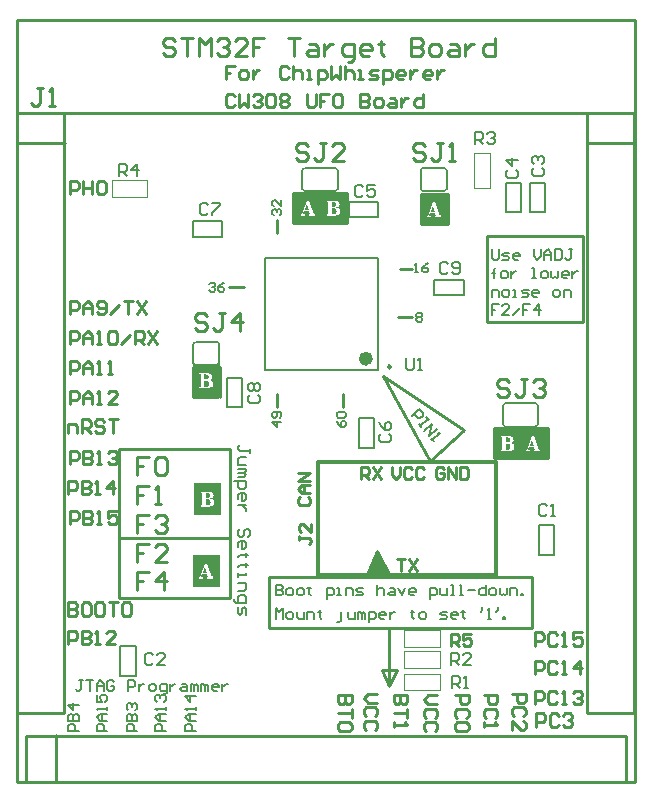
<source format=gto>
G04*
G04 #@! TF.GenerationSoftware,Altium Limited,Altium Designer,18.1.7 (191)*
G04*
G04 Layer_Color=65535*
%FSLAX25Y25*%
%MOIN*%
G70*
G01*
G75*
%ADD10C,0.00787*%
%ADD11C,0.00984*%
%ADD12C,0.02362*%
%ADD13C,0.01000*%
%ADD14C,0.00394*%
%ADD15C,0.01181*%
%ADD16C,0.00800*%
%ADD17C,0.00700*%
%ADD18C,0.00600*%
G36*
X143500Y185500D02*
X134500D01*
Y196300D01*
X143500D01*
Y185500D01*
D02*
G37*
G36*
X176500Y107500D02*
X168000D01*
D01*
X159000D01*
Y118300D01*
X167500D01*
D01*
X176500D01*
Y107500D01*
D02*
G37*
G36*
X68000Y99800D02*
Y89000D01*
X59000D01*
Y99800D01*
X68000D01*
D02*
G37*
G36*
X110000Y186000D02*
X92500D01*
Y196800D01*
X110000D01*
Y186000D01*
D02*
G37*
G36*
X67500Y65000D02*
X58500D01*
Y75800D01*
X67500D01*
Y65000D01*
D02*
G37*
G36*
Y128500D02*
X58500D01*
Y139300D01*
X67500D01*
Y128500D01*
D02*
G37*
%LPC*%
G36*
X139326Y193379D02*
X138611D01*
X136932Y188821D01*
X136573D01*
Y188421D01*
X141435D01*
Y189834D01*
Y188821D01*
X141009D01*
X139326Y193379D01*
D02*
G37*
%LPD*%
G36*
X139266Y190238D02*
X137883D01*
X138578Y192132D01*
X139266Y190238D01*
D02*
G37*
G36*
X139781Y188821D02*
X139348D01*
Y188421D01*
X137894D01*
Y188821D01*
X137361D01*
X137738Y189834D01*
X139411D01*
X139781Y188821D01*
D02*
G37*
%LPC*%
G36*
X163926Y115379D02*
X161224D01*
Y114976D01*
X161794D01*
Y110821D01*
X161224D01*
Y110421D01*
X165776D01*
Y111853D01*
X165772Y111953D01*
X165761Y112049D01*
X165742Y112138D01*
X165720Y112219D01*
X165694Y112297D01*
X165661Y112371D01*
X165631Y112434D01*
X165598Y112497D01*
X165561Y112548D01*
X165531Y112593D01*
X165502Y112634D01*
X165472Y112667D01*
X165450Y112693D01*
X165431Y112711D01*
X165420Y112722D01*
X165417Y112726D01*
X165346Y112785D01*
X165269Y112837D01*
X165187Y112885D01*
X165106Y112926D01*
X165021Y112967D01*
X164932Y112996D01*
X164850Y113026D01*
X164769Y113048D01*
X164691Y113070D01*
X164617Y113085D01*
X164555Y113100D01*
X164499Y113111D01*
X164451Y113118D01*
X164418Y113122D01*
X164395Y113126D01*
X164388D01*
X164488Y113140D01*
X164584Y113159D01*
X164673Y113181D01*
X164754Y113203D01*
X164828Y113229D01*
X164895Y113259D01*
X164958Y113285D01*
X165013Y113314D01*
X165065Y113340D01*
X165106Y113366D01*
X165143Y113388D01*
X165172Y113411D01*
X165195Y113425D01*
X165209Y113440D01*
X165220Y113448D01*
X165224Y113451D01*
X165272Y113503D01*
X165317Y113555D01*
X165354Y113614D01*
X165387Y113670D01*
X165413Y113729D01*
X165435Y113788D01*
X165457Y113844D01*
X165472Y113899D01*
X165483Y113951D01*
X165491Y113999D01*
X165498Y114043D01*
X165502Y114080D01*
X165505Y114110D01*
Y114136D01*
Y114151D01*
Y114154D01*
X165502Y114265D01*
X165487Y114369D01*
X165468Y114469D01*
X165443Y114558D01*
X165409Y114639D01*
X165376Y114713D01*
X165339Y114783D01*
X165302Y114842D01*
X165261Y114898D01*
X165224Y114942D01*
X165191Y114983D01*
X165158Y115016D01*
X165132Y115039D01*
X165113Y115057D01*
X165098Y115068D01*
X165095Y115072D01*
X165013Y115127D01*
X164925Y115172D01*
X164832Y115216D01*
X164732Y115250D01*
X164632Y115279D01*
X164529Y115305D01*
X164429Y115323D01*
X164329Y115342D01*
X164236Y115353D01*
X164151Y115364D01*
X164074Y115368D01*
X164003Y115375D01*
X163948D01*
X163926Y115379D01*
D02*
G37*
G36*
X172326D02*
X171611D01*
X169932Y110821D01*
X169573D01*
Y110421D01*
X174435D01*
Y110835D01*
Y110821D01*
X174009D01*
X172326Y115379D01*
D02*
G37*
%LPD*%
G36*
X163437Y114972D02*
X163526Y114968D01*
X163607Y114957D01*
X163681Y114946D01*
X163752Y114931D01*
X163814Y114913D01*
X163870Y114894D01*
X163922Y114880D01*
X163966Y114861D01*
X164003Y114842D01*
X164037Y114824D01*
X164062Y114809D01*
X164081Y114798D01*
X164096Y114787D01*
X164103Y114783D01*
X164107Y114780D01*
X164151Y114743D01*
X164188Y114698D01*
X164222Y114650D01*
X164247Y114602D01*
X164273Y114550D01*
X164292Y114498D01*
X164321Y114395D01*
X164332Y114347D01*
X164340Y114302D01*
X164344Y114262D01*
X164347Y114225D01*
X164351Y114195D01*
Y114173D01*
Y114158D01*
Y114154D01*
X164347Y114077D01*
X164340Y114003D01*
X164329Y113936D01*
X164314Y113873D01*
X164292Y113818D01*
X164273Y113766D01*
X164251Y113718D01*
X164229Y113677D01*
X164203Y113640D01*
X164181Y113607D01*
X164162Y113581D01*
X164144Y113559D01*
X164125Y113540D01*
X164114Y113529D01*
X164107Y113522D01*
X164103Y113518D01*
X164055Y113481D01*
X163999Y113451D01*
X163940Y113422D01*
X163881Y113400D01*
X163752Y113363D01*
X163629Y113337D01*
X163570Y113329D01*
X163519Y113322D01*
X163467Y113318D01*
X163426Y113314D01*
X163389Y113311D01*
X162949D01*
Y114976D01*
X163341D01*
X163437Y114972D01*
D02*
G37*
G36*
X163481Y112907D02*
X163574Y112900D01*
X163663Y112885D01*
X163748Y112870D01*
X163822Y112852D01*
X163892Y112830D01*
X163951Y112804D01*
X164011Y112782D01*
X164059Y112756D01*
X164099Y112730D01*
X164136Y112708D01*
X164166Y112689D01*
X164188Y112674D01*
X164207Y112660D01*
X164214Y112652D01*
X164218Y112648D01*
X164266Y112597D01*
X164310Y112537D01*
X164347Y112478D01*
X164377Y112412D01*
X164407Y112349D01*
X164429Y112282D01*
X164447Y112215D01*
X164462Y112153D01*
X164473Y112093D01*
X164480Y112034D01*
X164488Y111986D01*
X164492Y111942D01*
X164495Y111905D01*
Y111875D01*
Y111860D01*
Y111853D01*
X164492Y111757D01*
X164484Y111668D01*
X164469Y111586D01*
X164451Y111509D01*
X164432Y111439D01*
X164407Y111376D01*
X164384Y111316D01*
X164358Y111265D01*
X164332Y111220D01*
X164307Y111179D01*
X164281Y111146D01*
X164262Y111120D01*
X164244Y111098D01*
X164229Y111083D01*
X164222Y111076D01*
X164218Y111072D01*
X164162Y111028D01*
X164103Y110991D01*
X164040Y110958D01*
X163970Y110928D01*
X163903Y110902D01*
X163833Y110883D01*
X163696Y110854D01*
X163629Y110843D01*
X163570Y110835D01*
X163519Y110828D01*
X163470Y110824D01*
X163433Y110821D01*
X162949D01*
Y112911D01*
X163378D01*
X163481Y112907D01*
D02*
G37*
G36*
X165776Y110421D02*
X163704D01*
X163900Y110425D01*
X164081Y110436D01*
X164247Y110454D01*
X164403Y110477D01*
X164543Y110502D01*
X164673Y110532D01*
X164788Y110562D01*
X164891Y110595D01*
X164984Y110628D01*
X165061Y110658D01*
X165128Y110687D01*
X165180Y110713D01*
X165224Y110735D01*
X165254Y110754D01*
X165269Y110765D01*
X165276Y110769D01*
X165365Y110839D01*
X165443Y110917D01*
X165509Y110998D01*
X165565Y111083D01*
X165613Y111176D01*
X165653Y111265D01*
X165687Y111353D01*
X165713Y111442D01*
X165735Y111524D01*
X165750Y111601D01*
X165761Y111672D01*
X165768Y111731D01*
X165772Y111783D01*
X165776Y111820D01*
Y110421D01*
D02*
G37*
G36*
X172266Y112238D02*
X170883D01*
X171578Y114132D01*
X172266Y112238D01*
D02*
G37*
G36*
X172781Y110821D02*
X172348D01*
Y110421D01*
X170894D01*
Y110821D01*
X170361D01*
X170738Y111834D01*
X172411D01*
X172781Y110821D01*
D02*
G37*
%LPC*%
G36*
X63925Y96879D02*
X61225D01*
Y96476D01*
X61794D01*
Y92321D01*
X61225D01*
Y91921D01*
X65776D01*
Y93405D01*
Y93353D01*
X65772Y93453D01*
X65761Y93549D01*
X65742Y93638D01*
X65720Y93719D01*
X65694Y93797D01*
X65661Y93871D01*
X65631Y93934D01*
X65598Y93997D01*
X65561Y94049D01*
X65531Y94093D01*
X65502Y94134D01*
X65472Y94167D01*
X65450Y94193D01*
X65431Y94211D01*
X65420Y94222D01*
X65417Y94226D01*
X65346Y94285D01*
X65269Y94337D01*
X65187Y94385D01*
X65106Y94426D01*
X65021Y94467D01*
X64932Y94496D01*
X64850Y94526D01*
X64769Y94548D01*
X64691Y94570D01*
X64617Y94585D01*
X64555Y94600D01*
X64499Y94611D01*
X64451Y94618D01*
X64418Y94622D01*
X64395Y94626D01*
X64388D01*
X64488Y94640D01*
X64584Y94659D01*
X64673Y94681D01*
X64754Y94703D01*
X64828Y94729D01*
X64895Y94759D01*
X64958Y94785D01*
X65013Y94814D01*
X65065Y94840D01*
X65106Y94866D01*
X65143Y94888D01*
X65172Y94911D01*
X65195Y94925D01*
X65209Y94940D01*
X65220Y94948D01*
X65224Y94951D01*
X65272Y95003D01*
X65317Y95055D01*
X65354Y95114D01*
X65387Y95170D01*
X65413Y95229D01*
X65435Y95288D01*
X65457Y95344D01*
X65472Y95399D01*
X65483Y95451D01*
X65491Y95499D01*
X65498Y95543D01*
X65502Y95580D01*
X65505Y95610D01*
Y95636D01*
Y95651D01*
Y95654D01*
X65502Y95765D01*
X65487Y95869D01*
X65468Y95969D01*
X65443Y96058D01*
X65409Y96139D01*
X65376Y96213D01*
X65339Y96283D01*
X65302Y96342D01*
X65261Y96398D01*
X65224Y96442D01*
X65191Y96483D01*
X65158Y96516D01*
X65132Y96539D01*
X65113Y96557D01*
X65098Y96568D01*
X65095Y96572D01*
X65013Y96627D01*
X64925Y96672D01*
X64832Y96716D01*
X64732Y96750D01*
X64632Y96779D01*
X64529Y96805D01*
X64429Y96824D01*
X64329Y96842D01*
X64236Y96853D01*
X64151Y96864D01*
X64073Y96868D01*
X64003Y96875D01*
X63948D01*
X63925Y96879D01*
D02*
G37*
%LPD*%
G36*
X63437Y96472D02*
X63526Y96468D01*
X63607Y96457D01*
X63681Y96446D01*
X63752Y96431D01*
X63815Y96413D01*
X63870Y96394D01*
X63922Y96380D01*
X63966Y96361D01*
X64003Y96342D01*
X64037Y96324D01*
X64062Y96309D01*
X64081Y96298D01*
X64096Y96287D01*
X64103Y96283D01*
X64107Y96280D01*
X64151Y96243D01*
X64188Y96198D01*
X64222Y96150D01*
X64247Y96102D01*
X64273Y96050D01*
X64292Y95998D01*
X64321Y95895D01*
X64332Y95847D01*
X64340Y95802D01*
X64344Y95762D01*
X64347Y95725D01*
X64351Y95695D01*
Y95673D01*
Y95658D01*
Y95654D01*
X64347Y95577D01*
X64340Y95503D01*
X64329Y95436D01*
X64314Y95373D01*
X64292Y95318D01*
X64273Y95266D01*
X64251Y95218D01*
X64229Y95177D01*
X64203Y95140D01*
X64181Y95107D01*
X64162Y95081D01*
X64144Y95059D01*
X64125Y95040D01*
X64114Y95029D01*
X64107Y95022D01*
X64103Y95018D01*
X64055Y94981D01*
X63999Y94951D01*
X63940Y94922D01*
X63881Y94899D01*
X63752Y94863D01*
X63630Y94837D01*
X63570Y94829D01*
X63519Y94822D01*
X63467Y94818D01*
X63426Y94814D01*
X63389Y94811D01*
X62949D01*
Y96476D01*
X63341D01*
X63437Y96472D01*
D02*
G37*
G36*
X63481Y94407D02*
X63574Y94400D01*
X63663Y94385D01*
X63748Y94370D01*
X63822Y94352D01*
X63892Y94330D01*
X63951Y94304D01*
X64011Y94282D01*
X64059Y94256D01*
X64099Y94230D01*
X64136Y94208D01*
X64166Y94189D01*
X64188Y94174D01*
X64207Y94160D01*
X64214Y94152D01*
X64218Y94148D01*
X64266Y94097D01*
X64310Y94037D01*
X64347Y93978D01*
X64377Y93912D01*
X64407Y93849D01*
X64429Y93782D01*
X64447Y93716D01*
X64462Y93653D01*
X64473Y93593D01*
X64481Y93534D01*
X64488Y93486D01*
X64492Y93442D01*
X64495Y93405D01*
Y93375D01*
Y93360D01*
Y93353D01*
X64492Y93257D01*
X64484Y93168D01*
X64469Y93086D01*
X64451Y93009D01*
X64432Y92939D01*
X64407Y92876D01*
X64384Y92816D01*
X64358Y92765D01*
X64332Y92720D01*
X64307Y92680D01*
X64281Y92646D01*
X64262Y92620D01*
X64244Y92598D01*
X64229Y92583D01*
X64222Y92576D01*
X64218Y92572D01*
X64162Y92528D01*
X64103Y92491D01*
X64040Y92457D01*
X63970Y92428D01*
X63903Y92402D01*
X63833Y92383D01*
X63696Y92354D01*
X63630Y92343D01*
X63570Y92335D01*
X63519Y92328D01*
X63470Y92324D01*
X63433Y92321D01*
X62949D01*
Y94411D01*
X63378D01*
X63481Y94407D01*
D02*
G37*
G36*
X65776Y91921D02*
X63704D01*
X63900Y91925D01*
X64081Y91936D01*
X64247Y91954D01*
X64403Y91976D01*
X64543Y92002D01*
X64673Y92032D01*
X64788Y92062D01*
X64891Y92095D01*
X64984Y92128D01*
X65061Y92158D01*
X65128Y92187D01*
X65180Y92213D01*
X65224Y92235D01*
X65254Y92254D01*
X65269Y92265D01*
X65276Y92269D01*
X65365Y92339D01*
X65443Y92417D01*
X65509Y92498D01*
X65565Y92583D01*
X65613Y92676D01*
X65653Y92765D01*
X65687Y92853D01*
X65713Y92942D01*
X65735Y93024D01*
X65750Y93101D01*
X65761Y93172D01*
X65768Y93231D01*
X65772Y93283D01*
X65776Y93320D01*
Y91921D01*
D02*
G37*
%LPC*%
G36*
X99435Y193879D02*
X94573D01*
Y188921D01*
X95894D01*
Y189321D01*
X95361D01*
X95738Y190334D01*
X97411D01*
X97781Y189321D01*
X97348D01*
Y188921D01*
X99435D01*
Y189321D01*
X99009D01*
X97326Y193879D01*
X99435D01*
D01*
D02*
G37*
G36*
X105926D02*
X103225D01*
Y188921D01*
X105703D01*
X105900Y188925D01*
X106081Y188936D01*
X106247Y188954D01*
X106403Y188977D01*
X106543Y189002D01*
X106673Y189032D01*
X106788Y189062D01*
X106891Y189095D01*
X106984Y189128D01*
X107061Y189158D01*
X107128Y189187D01*
X107180Y189213D01*
X107224Y189235D01*
X107254Y189254D01*
X107269Y189265D01*
X107276Y189269D01*
X107365Y189339D01*
X107442Y189417D01*
X107509Y189498D01*
X107565Y189583D01*
X107613Y189676D01*
X107653Y189765D01*
X107687Y189853D01*
X107713Y189942D01*
X107735Y190024D01*
X107750Y190101D01*
X107761Y190172D01*
X107768Y190231D01*
X107772Y190283D01*
X107775Y190320D01*
Y190353D01*
X107772Y190453D01*
X107761Y190549D01*
X107742Y190638D01*
X107720Y190719D01*
X107694Y190797D01*
X107661Y190871D01*
X107631Y190934D01*
X107598Y190997D01*
X107561Y191049D01*
X107531Y191093D01*
X107502Y191134D01*
X107472Y191167D01*
X107450Y191193D01*
X107431Y191211D01*
X107420Y191222D01*
X107417Y191226D01*
X107346Y191285D01*
X107269Y191337D01*
X107187Y191385D01*
X107106Y191426D01*
X107021Y191467D01*
X106932Y191496D01*
X106851Y191526D01*
X106769Y191548D01*
X106691Y191570D01*
X106617Y191585D01*
X106554Y191600D01*
X106499Y191611D01*
X106451Y191618D01*
X106418Y191622D01*
X106395Y191626D01*
X106388D01*
X106488Y191640D01*
X106584Y191659D01*
X106673Y191681D01*
X106754Y191703D01*
X106828Y191729D01*
X106895Y191759D01*
X106958Y191785D01*
X107013Y191814D01*
X107065Y191840D01*
X107106Y191866D01*
X107143Y191888D01*
X107172Y191911D01*
X107195Y191925D01*
X107209Y191940D01*
X107220Y191948D01*
X107224Y191951D01*
X107272Y192003D01*
X107317Y192055D01*
X107354Y192114D01*
X107387Y192170D01*
X107413Y192229D01*
X107435Y192288D01*
X107457Y192343D01*
X107472Y192399D01*
X107483Y192451D01*
X107491Y192499D01*
X107498Y192543D01*
X107502Y192580D01*
X107505Y192610D01*
Y192636D01*
Y192651D01*
Y192654D01*
X107502Y192765D01*
X107487Y192869D01*
X107468Y192969D01*
X107442Y193058D01*
X107409Y193139D01*
X107376Y193213D01*
X107339Y193283D01*
X107302Y193342D01*
X107261Y193398D01*
X107224Y193442D01*
X107191Y193483D01*
X107158Y193516D01*
X107132Y193539D01*
X107113Y193557D01*
X107098Y193568D01*
X107095Y193572D01*
X107013Y193627D01*
X106924Y193672D01*
X106832Y193716D01*
X106732Y193749D01*
X106632Y193779D01*
X106529Y193805D01*
X106429Y193824D01*
X106329Y193842D01*
X106236Y193853D01*
X106151Y193864D01*
X106073Y193868D01*
X106003Y193875D01*
X105948D01*
X105926Y193879D01*
D02*
G37*
%LPD*%
G36*
X97266Y190738D02*
X95883D01*
X96578Y192632D01*
X97266Y190738D01*
D02*
G37*
G36*
X94932Y189321D02*
X94573D01*
Y193879D01*
X96611D01*
X94932Y189321D01*
D02*
G37*
G36*
X105437Y193472D02*
X105526Y193468D01*
X105607Y193457D01*
X105681Y193446D01*
X105752Y193431D01*
X105815Y193413D01*
X105870Y193394D01*
X105922Y193379D01*
X105966Y193361D01*
X106003Y193342D01*
X106036Y193324D01*
X106062Y193309D01*
X106081Y193298D01*
X106096Y193287D01*
X106103Y193283D01*
X106107Y193280D01*
X106151Y193243D01*
X106188Y193198D01*
X106221Y193150D01*
X106247Y193102D01*
X106273Y193050D01*
X106292Y192998D01*
X106321Y192895D01*
X106333Y192847D01*
X106340Y192802D01*
X106344Y192762D01*
X106347Y192725D01*
X106351Y192695D01*
Y192673D01*
Y192658D01*
Y192654D01*
X106347Y192577D01*
X106340Y192503D01*
X106329Y192436D01*
X106314Y192373D01*
X106292Y192318D01*
X106273Y192266D01*
X106251Y192218D01*
X106229Y192177D01*
X106203Y192140D01*
X106181Y192107D01*
X106162Y192081D01*
X106144Y192059D01*
X106125Y192040D01*
X106114Y192029D01*
X106107Y192022D01*
X106103Y192018D01*
X106055Y191981D01*
X106000Y191951D01*
X105940Y191922D01*
X105881Y191900D01*
X105752Y191862D01*
X105630Y191837D01*
X105570Y191829D01*
X105518Y191822D01*
X105467Y191818D01*
X105426Y191814D01*
X105389Y191811D01*
X104949D01*
Y193476D01*
X105341D01*
X105437Y193472D01*
D02*
G37*
G36*
X105482Y191407D02*
X105574Y191400D01*
X105663Y191385D01*
X105748Y191370D01*
X105822Y191352D01*
X105892Y191330D01*
X105951Y191304D01*
X106011Y191282D01*
X106059Y191256D01*
X106099Y191230D01*
X106136Y191208D01*
X106166Y191189D01*
X106188Y191174D01*
X106207Y191159D01*
X106214Y191152D01*
X106218Y191148D01*
X106266Y191097D01*
X106310Y191037D01*
X106347Y190978D01*
X106377Y190912D01*
X106406Y190849D01*
X106429Y190782D01*
X106447Y190716D01*
X106462Y190653D01*
X106473Y190593D01*
X106481Y190534D01*
X106488Y190486D01*
X106492Y190442D01*
X106495Y190405D01*
Y190375D01*
Y190360D01*
Y190353D01*
X106492Y190257D01*
X106484Y190168D01*
X106469Y190086D01*
X106451Y190009D01*
X106432Y189938D01*
X106406Y189876D01*
X106384Y189816D01*
X106358Y189765D01*
X106333Y189720D01*
X106307Y189680D01*
X106281Y189646D01*
X106262Y189620D01*
X106244Y189598D01*
X106229Y189583D01*
X106221Y189576D01*
X106218Y189572D01*
X106162Y189528D01*
X106103Y189491D01*
X106040Y189457D01*
X105970Y189428D01*
X105903Y189402D01*
X105833Y189383D01*
X105696Y189354D01*
X105630Y189343D01*
X105570Y189335D01*
X105518Y189328D01*
X105470Y189324D01*
X105433Y189321D01*
X104949D01*
Y191411D01*
X105378D01*
X105482Y191407D01*
D02*
G37*
G36*
X103794Y189321D02*
X103225D01*
Y193476D01*
X103794D01*
Y189321D01*
D02*
G37*
%LPC*%
G36*
X65435Y72879D02*
D01*
Y68321D01*
X65009D01*
X63326Y72879D01*
X62612D01*
X60932Y68321D01*
X60573D01*
Y67921D01*
X65435D01*
Y72879D01*
D02*
G37*
%LPD*%
G36*
X63266Y69738D02*
X61883D01*
X62578Y71632D01*
X63266Y69738D01*
D02*
G37*
G36*
X63781Y68321D02*
X63348D01*
Y67921D01*
X61894D01*
Y68321D01*
X61361D01*
X61738Y69334D01*
X63411D01*
X63781Y68321D01*
D02*
G37*
%LPC*%
G36*
X63425Y136379D02*
X60725D01*
Y135976D01*
X61294D01*
Y131821D01*
X60725D01*
Y131421D01*
X63204D01*
X63400Y131425D01*
X63581Y131436D01*
X63747Y131454D01*
X63903Y131476D01*
X64043Y131502D01*
X64173Y131532D01*
X64288Y131562D01*
X64391Y131595D01*
X64484Y131628D01*
X64561Y131658D01*
X64628Y131687D01*
X64680Y131713D01*
X64724Y131736D01*
X64754Y131754D01*
X64769Y131765D01*
X64776Y131769D01*
X64865Y131839D01*
X64943Y131917D01*
X65009Y131998D01*
X65065Y132083D01*
X65113Y132176D01*
X65153Y132265D01*
X65187Y132353D01*
X65213Y132442D01*
X65235Y132524D01*
X65250Y132601D01*
X65261Y132672D01*
X65268Y132731D01*
X65272Y132783D01*
X65276Y132820D01*
Y131821D01*
Y132905D01*
Y132853D01*
X65272Y132953D01*
X65261Y133049D01*
X65242Y133138D01*
X65220Y133219D01*
X65194Y133297D01*
X65161Y133371D01*
X65131Y133434D01*
X65098Y133497D01*
X65061Y133548D01*
X65031Y133593D01*
X65002Y133634D01*
X64972Y133667D01*
X64950Y133693D01*
X64931Y133711D01*
X64920Y133722D01*
X64917Y133726D01*
X64846Y133785D01*
X64769Y133837D01*
X64687Y133885D01*
X64606Y133926D01*
X64521Y133967D01*
X64432Y133996D01*
X64350Y134026D01*
X64269Y134048D01*
X64191Y134070D01*
X64117Y134085D01*
X64055Y134100D01*
X63999Y134111D01*
X63951Y134118D01*
X63918Y134122D01*
X63895Y134126D01*
X63888D01*
X63988Y134141D01*
X64084Y134159D01*
X64173Y134181D01*
X64254Y134203D01*
X64328Y134229D01*
X64395Y134259D01*
X64458Y134285D01*
X64513Y134314D01*
X64565Y134340D01*
X64606Y134366D01*
X64643Y134388D01*
X64672Y134411D01*
X64695Y134425D01*
X64709Y134440D01*
X64720Y134448D01*
X64724Y134451D01*
X64772Y134503D01*
X64817Y134555D01*
X64854Y134614D01*
X64887Y134670D01*
X64913Y134729D01*
X64935Y134788D01*
X64957Y134844D01*
X64972Y134899D01*
X64983Y134951D01*
X64991Y134999D01*
X64998Y135043D01*
X65002Y135080D01*
X65005Y135110D01*
Y135136D01*
Y135151D01*
Y135154D01*
X65002Y135265D01*
X64987Y135369D01*
X64968Y135469D01*
X64943Y135558D01*
X64909Y135639D01*
X64876Y135713D01*
X64839Y135783D01*
X64802Y135843D01*
X64761Y135898D01*
X64724Y135942D01*
X64691Y135983D01*
X64658Y136016D01*
X64632Y136039D01*
X64613Y136057D01*
X64598Y136068D01*
X64595Y136072D01*
X64513Y136127D01*
X64425Y136172D01*
X64332Y136216D01*
X64232Y136249D01*
X64132Y136279D01*
X64029Y136305D01*
X63929Y136323D01*
X63829Y136342D01*
X63736Y136353D01*
X63651Y136364D01*
X63573Y136368D01*
X63503Y136375D01*
X63448D01*
X63425Y136379D01*
D02*
G37*
%LPD*%
G36*
X62937Y135972D02*
X63026Y135968D01*
X63107Y135957D01*
X63181Y135946D01*
X63252Y135931D01*
X63314Y135913D01*
X63370Y135894D01*
X63422Y135880D01*
X63466Y135861D01*
X63503Y135843D01*
X63537Y135824D01*
X63562Y135809D01*
X63581Y135798D01*
X63596Y135787D01*
X63603Y135783D01*
X63607Y135780D01*
X63651Y135743D01*
X63688Y135698D01*
X63722Y135650D01*
X63747Y135602D01*
X63773Y135550D01*
X63792Y135498D01*
X63821Y135395D01*
X63832Y135347D01*
X63840Y135302D01*
X63844Y135262D01*
X63847Y135225D01*
X63851Y135195D01*
Y135173D01*
Y135158D01*
Y135154D01*
X63847Y135077D01*
X63840Y135003D01*
X63829Y134936D01*
X63814Y134873D01*
X63792Y134818D01*
X63773Y134766D01*
X63751Y134718D01*
X63729Y134677D01*
X63703Y134640D01*
X63681Y134607D01*
X63662Y134581D01*
X63644Y134559D01*
X63625Y134540D01*
X63614Y134529D01*
X63607Y134522D01*
X63603Y134518D01*
X63555Y134481D01*
X63499Y134451D01*
X63440Y134422D01*
X63381Y134399D01*
X63252Y134362D01*
X63130Y134337D01*
X63070Y134329D01*
X63019Y134322D01*
X62967Y134318D01*
X62926Y134314D01*
X62889Y134311D01*
X62449D01*
Y135976D01*
X62841D01*
X62937Y135972D01*
D02*
G37*
G36*
X62981Y133907D02*
X63074Y133900D01*
X63163Y133885D01*
X63248Y133870D01*
X63322Y133852D01*
X63392Y133830D01*
X63451Y133804D01*
X63511Y133782D01*
X63559Y133756D01*
X63599Y133730D01*
X63636Y133708D01*
X63666Y133689D01*
X63688Y133674D01*
X63707Y133660D01*
X63714Y133652D01*
X63718Y133648D01*
X63766Y133597D01*
X63810Y133537D01*
X63847Y133478D01*
X63877Y133412D01*
X63907Y133349D01*
X63929Y133282D01*
X63947Y133215D01*
X63962Y133153D01*
X63973Y133093D01*
X63981Y133034D01*
X63988Y132986D01*
X63992Y132942D01*
X63995Y132905D01*
Y132875D01*
Y132860D01*
Y132853D01*
X63992Y132757D01*
X63984Y132668D01*
X63969Y132587D01*
X63951Y132509D01*
X63932Y132439D01*
X63907Y132376D01*
X63884Y132316D01*
X63858Y132265D01*
X63832Y132220D01*
X63807Y132179D01*
X63781Y132146D01*
X63762Y132120D01*
X63744Y132098D01*
X63729Y132083D01*
X63722Y132076D01*
X63718Y132072D01*
X63662Y132028D01*
X63603Y131991D01*
X63540Y131957D01*
X63470Y131928D01*
X63403Y131902D01*
X63333Y131884D01*
X63196Y131854D01*
X63130Y131843D01*
X63070Y131835D01*
X63019Y131828D01*
X62970Y131824D01*
X62933Y131821D01*
X62449D01*
Y133911D01*
X62878D01*
X62981Y133907D01*
D02*
G37*
D10*
X135729Y204937D02*
G03*
X134548Y203756I0J-1181D01*
G01*
Y197850D02*
G03*
X135335Y197063I787J0D01*
G01*
X142422D02*
G03*
X143209Y197850I0J787D01*
G01*
Y204150D02*
G03*
X142422Y204937I-787J0D01*
G01*
X106071Y197063D02*
G03*
X106859Y197850I0J787D01*
G01*
Y204150D02*
G03*
X106071Y204937I-787J0D01*
G01*
X96229D02*
G03*
X95048Y203756I0J-1181D01*
G01*
Y197850D02*
G03*
X95835Y197063I787J0D01*
G01*
X162685Y126437D02*
G03*
X161898Y125650I0J-787D01*
G01*
Y119350D02*
G03*
X162685Y118563I787J0D01*
G01*
X172528D02*
G03*
X173709Y119744I0J1181D01*
G01*
Y125650D02*
G03*
X172922Y126437I-787J0D01*
G01*
X59850Y146937D02*
G03*
X58669Y145756I0J-1181D01*
G01*
Y139850D02*
G03*
X59457Y139063I787J0D01*
G01*
X66543D02*
G03*
X67331Y139850I0J787D01*
G01*
Y146150D02*
G03*
X66543Y146937I-787J0D01*
G01*
X134548Y197850D02*
Y203756D01*
X135335Y197063D02*
X142422D01*
X143209Y197850D02*
Y204150D01*
X135729Y204937D02*
X142422D01*
X95048Y197850D02*
Y203756D01*
X95835Y197063D02*
X106071D01*
X106859Y197850D02*
Y204150D01*
X96229Y204937D02*
X106071D01*
X173709Y119744D02*
Y125650D01*
X162685Y126437D02*
X172922D01*
X161898Y119350D02*
Y125650D01*
X162685Y118563D02*
X172528D01*
X58669Y139850D02*
Y145756D01*
X59457Y139063D02*
X66543D01*
X67331Y139850D02*
Y146150D01*
X59850Y146937D02*
X66543D01*
X173941Y85665D02*
X179059D01*
X173941Y75823D02*
X179059D01*
Y76413D01*
X173941Y75823D02*
Y76413D01*
Y85075D02*
Y85665D01*
X179059Y85075D02*
Y85665D01*
X173941Y76413D02*
Y85075D01*
X179059Y76413D02*
Y85075D01*
X34441Y35579D02*
X39559D01*
X34441Y45421D02*
X39559D01*
X34441Y44831D02*
Y45421D01*
X39559Y44831D02*
Y45421D01*
Y35579D02*
Y36169D01*
X34441Y35579D02*
Y36169D01*
X39559D02*
Y44831D01*
X34441Y36169D02*
Y44831D01*
X170941Y199921D02*
X176059D01*
X170941Y190079D02*
X176059D01*
Y190669D01*
X170941Y190079D02*
Y190669D01*
Y199331D02*
Y199921D01*
X176059Y199331D02*
Y199921D01*
X170941Y190669D02*
Y199331D01*
X176059Y190669D02*
Y199331D01*
X162941Y199921D02*
X168059D01*
X162941Y190079D02*
X168059D01*
Y190669D01*
X162941Y190079D02*
Y190669D01*
Y199331D02*
Y199921D01*
X168059Y199331D02*
Y199921D01*
X162941Y190669D02*
Y199331D01*
X168059Y190669D02*
Y199331D01*
X110579Y188441D02*
Y193559D01*
X120421Y188441D02*
Y193559D01*
X119831D02*
X120421D01*
X119831Y188441D02*
X120421D01*
X110579D02*
X111169D01*
X110579Y193559D02*
X111169D01*
Y188441D02*
X119831D01*
X111169Y193559D02*
X119831D01*
X113941Y121421D02*
X119059D01*
X113941Y111579D02*
X119059D01*
Y112169D01*
X113941Y111579D02*
Y112169D01*
Y120831D02*
Y121421D01*
X119059Y120831D02*
Y121421D01*
X113941Y112169D02*
Y120831D01*
X119059Y112169D02*
Y120831D01*
X68421Y181941D02*
Y187059D01*
X58579Y181941D02*
Y187059D01*
Y181941D02*
X59169D01*
X58579Y187059D02*
X59169D01*
X67831D02*
X68421D01*
X67831Y181941D02*
X68421D01*
X59169Y187059D02*
X67831D01*
X59169Y181941D02*
X67831D01*
X69941Y134921D02*
X75059D01*
X69941Y125079D02*
X75059D01*
Y125669D01*
X69941Y125079D02*
Y125669D01*
Y134331D02*
Y134921D01*
X75059Y134331D02*
Y134921D01*
X69941Y125669D02*
Y134331D01*
X75059Y125669D02*
Y134331D01*
X139079Y162441D02*
Y167559D01*
X148921Y162441D02*
Y167559D01*
X148331D02*
X148921D01*
X148331Y162441D02*
X148921D01*
X139079D02*
X139669D01*
X139079Y167559D02*
X139669D01*
Y162441D02*
X148331D01*
X139669Y167559D02*
X148331D01*
X120201Y137299D02*
Y174701D01*
X82799Y137299D02*
Y174701D01*
Y137299D02*
X120201D01*
X82799Y174701D02*
X120201D01*
D11*
X124630Y138480D02*
G03*
X124630Y138480I-492J0D01*
G01*
D12*
X117445Y141236D02*
G03*
X117445Y141236I-1181J0D01*
G01*
D13*
X119500Y71000D02*
X120500Y73000D01*
X119500Y71000D02*
X121000Y71500D01*
X120500Y74000D02*
X121000Y71500D01*
X118200Y70500D02*
X120500Y74000D01*
X118200Y70500D02*
X121500Y71000D01*
X120000Y77000D02*
X121500Y71000D01*
X120000Y75000D02*
Y77000D01*
X118000Y70000D02*
X120000Y75000D01*
X118000Y70000D02*
X122500Y70500D01*
X120000Y77000D02*
X122500Y70500D01*
X120000Y77000D02*
X123500Y70000D01*
X117000D02*
X123500D01*
X117000D02*
X120000Y77000D01*
X124000Y32000D02*
Y51500D01*
X190126Y23000D02*
Y223000D01*
Y23000D02*
X205500D01*
X190126Y223000D02*
X205500D01*
X190126Y213000D02*
X205874D01*
X3000Y126D02*
X203000D01*
Y15500D01*
X3000D02*
X203000D01*
X3000Y126D02*
Y15500D01*
X13000Y126D02*
Y15874D01*
X126Y23000D02*
Y223000D01*
Y23000D02*
X15500D01*
Y223000D01*
X126D02*
X15500D01*
X126Y213000D02*
X15874D01*
X205500Y23000D02*
Y223000D01*
X159000Y118000D02*
X177000D01*
Y108000D02*
Y118000D01*
X159000Y108000D02*
X177000D01*
X159000D02*
Y118000D01*
X168000Y108000D02*
Y118000D01*
X101000Y186500D02*
Y196500D01*
X92000Y186500D02*
Y196500D01*
Y186500D02*
X110000D01*
Y196500D01*
X92000D02*
X110000D01*
X134500Y186000D02*
Y196000D01*
X143500Y186000D02*
Y196000D01*
X134500D02*
X143500D01*
X134500Y186000D02*
X143000D01*
X58500Y128500D02*
X67000D01*
X58500Y138500D02*
X67500D01*
Y128500D02*
Y138500D01*
X58500Y128500D02*
Y138500D01*
X34000Y111000D02*
X71000D01*
Y61500D02*
Y111000D01*
X34000Y61500D02*
X71000D01*
X34000D02*
Y111000D01*
Y81500D02*
X71000D01*
X15500Y223000D02*
X190126D01*
X156500Y182000D02*
X188500D01*
Y153500D02*
Y182000D01*
X156500Y153500D02*
X188500D01*
X156500D02*
Y182000D01*
X84000Y68500D02*
X171500D01*
Y51500D02*
Y68500D01*
X84000Y51500D02*
X171500D01*
X84000D02*
Y68500D01*
X121500Y37500D02*
X126500D01*
X121500D02*
X124000Y32000D01*
X126500Y37500D01*
X122000Y135500D02*
X149000Y117500D01*
X137500Y107000D02*
X149000Y117500D01*
X122000Y135500D02*
X137500Y107000D01*
X127500Y171000D02*
X131500D01*
X86500Y183000D02*
Y187500D01*
Y125000D02*
Y129500D01*
X70500Y165000D02*
X75500D01*
X127000Y155000D02*
X131500D01*
X108500Y125000D02*
Y129500D01*
X43999Y108389D02*
X40000D01*
Y105390D01*
X41999D01*
X40000D01*
Y102391D01*
X45998Y107389D02*
X46998Y108389D01*
X48997D01*
X49997Y107389D01*
Y103390D01*
X48997Y102391D01*
X46998D01*
X45998Y103390D01*
Y107389D01*
X43999Y98791D02*
X40000D01*
Y95792D01*
X41999D01*
X40000D01*
Y92793D01*
X45998D02*
X47997D01*
X46998D01*
Y98791D01*
X45998Y97791D01*
X43999Y89193D02*
X40000D01*
Y86194D01*
X41999D01*
X40000D01*
Y83195D01*
X45998Y88194D02*
X46998Y89193D01*
X48997D01*
X49997Y88194D01*
Y87194D01*
X48997Y86194D01*
X47997D01*
X48997D01*
X49997Y85195D01*
Y84195D01*
X48997Y83195D01*
X46998D01*
X45998Y84195D01*
X43999Y79596D02*
X40000D01*
Y76597D01*
X41999D01*
X40000D01*
Y73598D01*
X49997D02*
X45998D01*
X49997Y77596D01*
Y78596D01*
X48997Y79596D01*
X46998D01*
X45998Y78596D01*
X43999Y69998D02*
X40000D01*
Y66999D01*
X41999D01*
X40000D01*
Y64000D01*
X48997D02*
Y69998D01*
X45998Y66999D01*
X49997D01*
X72499Y238796D02*
X69500D01*
Y236547D01*
X70999D01*
X69500D01*
Y234298D01*
X74748D02*
X76248D01*
X76998Y235048D01*
Y236547D01*
X76248Y237297D01*
X74748D01*
X73999Y236547D01*
Y235048D01*
X74748Y234298D01*
X78497Y237297D02*
Y234298D01*
Y235797D01*
X79247Y236547D01*
X79997Y237297D01*
X80746D01*
X90493Y238047D02*
X89744Y238796D01*
X88244D01*
X87494Y238047D01*
Y235048D01*
X88244Y234298D01*
X89744D01*
X90493Y235048D01*
X91993Y238796D02*
Y234298D01*
Y236547D01*
X92743Y237297D01*
X94242D01*
X94992Y236547D01*
Y234298D01*
X96491D02*
X97991D01*
X97241D01*
Y237297D01*
X96491D01*
X100240Y232798D02*
Y237297D01*
X102489D01*
X103239Y236547D01*
Y235048D01*
X102489Y234298D01*
X100240D01*
X104739Y238796D02*
Y234298D01*
X106238Y235797D01*
X107738Y234298D01*
Y238796D01*
X109237D02*
Y234298D01*
Y236547D01*
X109987Y237297D01*
X111486D01*
X112236Y236547D01*
Y234298D01*
X113736D02*
X115235D01*
X114486D01*
Y237297D01*
X113736D01*
X117484Y234298D02*
X119734D01*
X120484Y235048D01*
X119734Y235797D01*
X118234D01*
X117484Y236547D01*
X118234Y237297D01*
X120484D01*
X121983Y232798D02*
Y237297D01*
X124232D01*
X124982Y236547D01*
Y235048D01*
X124232Y234298D01*
X121983D01*
X128731D02*
X127231D01*
X126482Y235048D01*
Y236547D01*
X127231Y237297D01*
X128731D01*
X129481Y236547D01*
Y235797D01*
X126482D01*
X130980Y237297D02*
Y234298D01*
Y235797D01*
X131730Y236547D01*
X132480Y237297D01*
X133229D01*
X137728Y234298D02*
X136229D01*
X135479Y235048D01*
Y236547D01*
X136229Y237297D01*
X137728D01*
X138478Y236547D01*
Y235797D01*
X135479D01*
X139977Y237297D02*
Y234298D01*
Y235797D01*
X140727Y236547D01*
X141477Y237297D01*
X142227D01*
X72499Y228749D02*
X71749Y229499D01*
X70250D01*
X69500Y228749D01*
Y225750D01*
X70250Y225000D01*
X71749D01*
X72499Y225750D01*
X73999Y229499D02*
Y225000D01*
X75498Y226500D01*
X76998Y225000D01*
Y229499D01*
X78497Y228749D02*
X79247Y229499D01*
X80746D01*
X81496Y228749D01*
Y227999D01*
X80746Y227249D01*
X79997D01*
X80746D01*
X81496Y226500D01*
Y225750D01*
X80746Y225000D01*
X79247D01*
X78497Y225750D01*
X82996Y228749D02*
X83745Y229499D01*
X85245D01*
X85995Y228749D01*
Y225750D01*
X85245Y225000D01*
X83745D01*
X82996Y225750D01*
Y228749D01*
X87494D02*
X88244Y229499D01*
X89744D01*
X90493Y228749D01*
Y227999D01*
X89744Y227249D01*
X90493Y226500D01*
Y225750D01*
X89744Y225000D01*
X88244D01*
X87494Y225750D01*
Y226500D01*
X88244Y227249D01*
X87494Y227999D01*
Y228749D01*
X88244Y227249D02*
X89744D01*
X96491Y229499D02*
Y225750D01*
X97241Y225000D01*
X98741D01*
X99490Y225750D01*
Y229499D01*
X103989D02*
X100990D01*
Y227249D01*
X102489D01*
X100990D01*
Y225000D01*
X107738Y229499D02*
X106238D01*
X105488Y228749D01*
Y225750D01*
X106238Y225000D01*
X107738D01*
X108487Y225750D01*
Y228749D01*
X107738Y229499D01*
X114486D02*
Y225000D01*
X116735D01*
X117484Y225750D01*
Y226500D01*
X116735Y227249D01*
X114486D01*
X116735D01*
X117484Y227999D01*
Y228749D01*
X116735Y229499D01*
X114486D01*
X119734Y225000D02*
X121233D01*
X121983Y225750D01*
Y227249D01*
X121233Y227999D01*
X119734D01*
X118984Y227249D01*
Y225750D01*
X119734Y225000D01*
X124232Y227999D02*
X125732D01*
X126482Y227249D01*
Y225000D01*
X124232D01*
X123483Y225750D01*
X124232Y226500D01*
X126482D01*
X127981Y227999D02*
Y225000D01*
Y226500D01*
X128731Y227249D01*
X129481Y227999D01*
X130230D01*
X135479Y229499D02*
Y225000D01*
X133229D01*
X132480Y225750D01*
Y227249D01*
X133229Y227999D01*
X135479D01*
X17000Y59999D02*
Y55500D01*
X19249D01*
X19999Y56250D01*
Y56999D01*
X19249Y57749D01*
X17000D01*
X19249D01*
X19999Y58499D01*
Y59249D01*
X19249Y59999D01*
X17000D01*
X23748D02*
X22248D01*
X21499Y59249D01*
Y56250D01*
X22248Y55500D01*
X23748D01*
X24498Y56250D01*
Y59249D01*
X23748Y59999D01*
X28246D02*
X26747D01*
X25997Y59249D01*
Y56250D01*
X26747Y55500D01*
X28246D01*
X28996Y56250D01*
Y59249D01*
X28246Y59999D01*
X30496D02*
X33495D01*
X31995D01*
Y55500D01*
X34994Y59249D02*
X35744Y59999D01*
X37244D01*
X37993Y59249D01*
Y56250D01*
X37244Y55500D01*
X35744D01*
X34994Y56250D01*
Y59249D01*
X173000Y18500D02*
Y22999D01*
X175249D01*
X175999Y22249D01*
Y20749D01*
X175249Y19999D01*
X173000D01*
X180498Y22249D02*
X179748Y22999D01*
X178248D01*
X177499Y22249D01*
Y19250D01*
X178248Y18500D01*
X179748D01*
X180498Y19250D01*
X181997Y22249D02*
X182747Y22999D01*
X184246D01*
X184996Y22249D01*
Y21499D01*
X184246Y20749D01*
X183497D01*
X184246D01*
X184996Y19999D01*
Y19250D01*
X184246Y18500D01*
X182747D01*
X181997Y19250D01*
X165000Y29500D02*
X169499D01*
Y27251D01*
X168749Y26501D01*
X167249D01*
X166499Y27251D01*
Y29500D01*
X168749Y22002D02*
X169499Y22752D01*
Y24252D01*
X168749Y25001D01*
X165750D01*
X165000Y24252D01*
Y22752D01*
X165750Y22002D01*
X165000Y17504D02*
Y20503D01*
X167999Y17504D01*
X168749D01*
X169499Y18254D01*
Y19753D01*
X168749Y20503D01*
X155500Y29000D02*
X159999D01*
Y26751D01*
X159249Y26001D01*
X157749D01*
X157000Y26751D01*
Y29000D01*
X159249Y21502D02*
X159999Y22252D01*
Y23752D01*
X159249Y24501D01*
X156250D01*
X155500Y23752D01*
Y22252D01*
X156250Y21502D01*
X155500Y20003D02*
Y18503D01*
Y19253D01*
X159999D01*
X159249Y20003D01*
X146000Y29000D02*
X150499D01*
Y26751D01*
X149749Y26001D01*
X148249D01*
X147500Y26751D01*
Y29000D01*
X149749Y21502D02*
X150499Y22252D01*
Y23752D01*
X149749Y24501D01*
X146750D01*
X146000Y23752D01*
Y22252D01*
X146750Y21502D01*
X149749Y20003D02*
X150499Y19253D01*
Y17754D01*
X149749Y17004D01*
X146750D01*
X146000Y17754D01*
Y19253D01*
X146750Y20003D01*
X149749D01*
X142166Y104332D02*
X141499Y104999D01*
X140166D01*
X139500Y104332D01*
Y101666D01*
X140166Y101000D01*
X141499D01*
X142166Y101666D01*
Y102999D01*
X140833D01*
X143499Y101000D02*
Y104999D01*
X146165Y101000D01*
Y104999D01*
X147497D02*
Y101000D01*
X149497D01*
X150163Y101666D01*
Y104332D01*
X149497Y104999D01*
X147497D01*
X125000D02*
Y102333D01*
X126333Y101000D01*
X127666Y102333D01*
Y104999D01*
X131665Y104332D02*
X130998Y104999D01*
X129665D01*
X128999Y104332D01*
Y101666D01*
X129665Y101000D01*
X130998D01*
X131665Y101666D01*
X135663Y104332D02*
X134997Y104999D01*
X133664D01*
X132997Y104332D01*
Y101666D01*
X133664Y101000D01*
X134997D01*
X135663Y101666D01*
X114500Y101000D02*
Y104999D01*
X116499D01*
X117166Y104332D01*
Y102999D01*
X116499Y102333D01*
X114500D01*
X115833D02*
X117166Y101000D01*
X118499Y104999D02*
X121165Y101000D01*
Y104999D02*
X118499Y101000D01*
X126500Y74499D02*
X129166D01*
X127833D01*
Y70500D01*
X130499Y74499D02*
X133165Y70500D01*
Y74499D02*
X130499Y70500D01*
X94168Y95166D02*
X93501Y94499D01*
Y93166D01*
X94168Y92500D01*
X96834D01*
X97500Y93166D01*
Y94499D01*
X96834Y95166D01*
X97500Y96499D02*
X94834D01*
X93501Y97832D01*
X94834Y99164D01*
X97500D01*
X95501D01*
Y96499D01*
X97500Y100497D02*
X93501D01*
X97500Y103163D01*
X93501D01*
X52499Y246998D02*
X51499Y247998D01*
X49500D01*
X48500Y246998D01*
Y245999D01*
X49500Y244999D01*
X51499D01*
X52499Y243999D01*
Y243000D01*
X51499Y242000D01*
X49500D01*
X48500Y243000D01*
X54498Y247998D02*
X58497D01*
X56497D01*
Y242000D01*
X60496D02*
Y247998D01*
X62495Y245999D01*
X64495Y247998D01*
Y242000D01*
X66494Y246998D02*
X67494Y247998D01*
X69493D01*
X70493Y246998D01*
Y245999D01*
X69493Y244999D01*
X68493D01*
X69493D01*
X70493Y243999D01*
Y243000D01*
X69493Y242000D01*
X67494D01*
X66494Y243000D01*
X76491Y242000D02*
X72492D01*
X76491Y245999D01*
Y246998D01*
X75491Y247998D01*
X73492D01*
X72492Y246998D01*
X82489Y247998D02*
X78490D01*
Y244999D01*
X80490D01*
X78490D01*
Y242000D01*
X90486Y247998D02*
X94485D01*
X92486D01*
Y242000D01*
X97484Y245999D02*
X99484D01*
X100483Y244999D01*
Y242000D01*
X97484D01*
X96485Y243000D01*
X97484Y243999D01*
X100483D01*
X102482Y245999D02*
Y242000D01*
Y243999D01*
X103482Y244999D01*
X104482Y245999D01*
X105482D01*
X110480Y240001D02*
X111480D01*
X112479Y241000D01*
Y245999D01*
X109480D01*
X108481Y244999D01*
Y243000D01*
X109480Y242000D01*
X112479D01*
X117478D02*
X115478D01*
X114479Y243000D01*
Y244999D01*
X115478Y245999D01*
X117478D01*
X118477Y244999D01*
Y243999D01*
X114479D01*
X121476Y246998D02*
Y245999D01*
X120477D01*
X122476D01*
X121476D01*
Y243000D01*
X122476Y242000D01*
X131473Y247998D02*
Y242000D01*
X134472D01*
X135472Y243000D01*
Y243999D01*
X134472Y244999D01*
X131473D01*
X134472D01*
X135472Y245999D01*
Y246998D01*
X134472Y247998D01*
X131473D01*
X138471Y242000D02*
X140470D01*
X141470Y243000D01*
Y244999D01*
X140470Y245999D01*
X138471D01*
X137471Y244999D01*
Y243000D01*
X138471Y242000D01*
X144469Y245999D02*
X146468D01*
X147468Y244999D01*
Y242000D01*
X144469D01*
X143469Y243000D01*
X144469Y243999D01*
X147468D01*
X149467Y245999D02*
Y242000D01*
Y243999D01*
X150467Y244999D01*
X151467Y245999D01*
X152466D01*
X159464Y247998D02*
Y242000D01*
X156465D01*
X155465Y243000D01*
Y244999D01*
X156465Y245999D01*
X159464D01*
X17500Y156000D02*
Y160499D01*
X19749D01*
X20499Y159749D01*
Y158249D01*
X19749Y157500D01*
X17500D01*
X21999Y156000D02*
Y158999D01*
X23498Y160499D01*
X24998Y158999D01*
Y156000D01*
Y158249D01*
X21999D01*
X26497Y156750D02*
X27247Y156000D01*
X28746D01*
X29496Y156750D01*
Y159749D01*
X28746Y160499D01*
X27247D01*
X26497Y159749D01*
Y158999D01*
X27247Y158249D01*
X29496D01*
X30996Y156000D02*
X33995Y158999D01*
X35494Y160499D02*
X38493D01*
X36994D01*
Y156000D01*
X39993Y160499D02*
X42992Y156000D01*
Y160499D02*
X39993Y156000D01*
X17500Y146000D02*
Y150499D01*
X19749D01*
X20499Y149749D01*
Y148249D01*
X19749Y147500D01*
X17500D01*
X21999Y146000D02*
Y148999D01*
X23498Y150499D01*
X24998Y148999D01*
Y146000D01*
Y148249D01*
X21999D01*
X26497Y146000D02*
X27997D01*
X27247D01*
Y150499D01*
X26497Y149749D01*
X30246D02*
X30996Y150499D01*
X32495D01*
X33245Y149749D01*
Y146750D01*
X32495Y146000D01*
X30996D01*
X30246Y146750D01*
Y149749D01*
X34744Y146000D02*
X37743Y148999D01*
X39243Y146000D02*
Y150499D01*
X41492D01*
X42242Y149749D01*
Y148249D01*
X41492Y147500D01*
X39243D01*
X40742D02*
X42242Y146000D01*
X43742Y150499D02*
X46741Y146000D01*
Y150499D02*
X43742Y146000D01*
X17500Y136000D02*
Y140499D01*
X19749D01*
X20499Y139749D01*
Y138249D01*
X19749Y137499D01*
X17500D01*
X21999Y136000D02*
Y138999D01*
X23498Y140499D01*
X24998Y138999D01*
Y136000D01*
Y138249D01*
X21999D01*
X26497Y136000D02*
X27997D01*
X27247D01*
Y140499D01*
X26497Y139749D01*
X30246Y136000D02*
X31745D01*
X30996D01*
Y140499D01*
X30246Y139749D01*
X17500Y126000D02*
Y130499D01*
X19749D01*
X20499Y129749D01*
Y128249D01*
X19749Y127499D01*
X17500D01*
X21999Y126000D02*
Y128999D01*
X23498Y130499D01*
X24998Y128999D01*
Y126000D01*
Y128249D01*
X21999D01*
X26497Y126000D02*
X27997D01*
X27247D01*
Y130499D01*
X26497Y129749D01*
X33245Y126000D02*
X30246D01*
X33245Y128999D01*
Y129749D01*
X32495Y130499D01*
X30996D01*
X30246Y129749D01*
X17000Y116500D02*
Y119499D01*
X19249D01*
X19999Y118749D01*
Y116500D01*
X21499D02*
Y120999D01*
X23748D01*
X24498Y120249D01*
Y118749D01*
X23748Y117999D01*
X21499D01*
X22998D02*
X24498Y116500D01*
X28996Y120249D02*
X28246Y120999D01*
X26747D01*
X25997Y120249D01*
Y119499D01*
X26747Y118749D01*
X28246D01*
X28996Y117999D01*
Y117250D01*
X28246Y116500D01*
X26747D01*
X25997Y117250D01*
X30496Y120999D02*
X33495D01*
X31995D01*
Y116500D01*
X172500Y45500D02*
Y49999D01*
X174749D01*
X175499Y49249D01*
Y47749D01*
X174749Y46999D01*
X172500D01*
X179998Y49249D02*
X179248Y49999D01*
X177748D01*
X176999Y49249D01*
Y46250D01*
X177748Y45500D01*
X179248D01*
X179998Y46250D01*
X181497Y45500D02*
X182997D01*
X182247D01*
Y49999D01*
X181497Y49249D01*
X188245Y49999D02*
X185246D01*
Y47749D01*
X186745Y48499D01*
X187495D01*
X188245Y47749D01*
Y46250D01*
X187495Y45500D01*
X185996D01*
X185246Y46250D01*
X172500Y36000D02*
Y40499D01*
X174749D01*
X175499Y39749D01*
Y38249D01*
X174749Y37499D01*
X172500D01*
X179998Y39749D02*
X179248Y40499D01*
X177748D01*
X176999Y39749D01*
Y36750D01*
X177748Y36000D01*
X179248D01*
X179998Y36750D01*
X181497Y36000D02*
X182997D01*
X182247D01*
Y40499D01*
X181497Y39749D01*
X187495Y36000D02*
Y40499D01*
X185246Y38249D01*
X188245D01*
X172500Y26000D02*
Y30499D01*
X174749D01*
X175499Y29749D01*
Y28249D01*
X174749Y27499D01*
X172500D01*
X179998Y29749D02*
X179248Y30499D01*
X177748D01*
X176999Y29749D01*
Y26750D01*
X177748Y26000D01*
X179248D01*
X179998Y26750D01*
X181497Y26000D02*
X182997D01*
X182247D01*
Y30499D01*
X181497Y29749D01*
X185246D02*
X185996Y30499D01*
X187495D01*
X188245Y29749D01*
Y28999D01*
X187495Y28249D01*
X186745D01*
X187495D01*
X188245Y27499D01*
Y26750D01*
X187495Y26000D01*
X185996D01*
X185246Y26750D01*
X129999Y29000D02*
X125500D01*
Y26751D01*
X126250Y26001D01*
X126999D01*
X127749Y26751D01*
Y29000D01*
Y26751D01*
X128499Y26001D01*
X129249D01*
X129999Y26751D01*
Y29000D01*
Y24501D02*
Y21502D01*
Y23002D01*
X125500D01*
Y20003D02*
Y18503D01*
Y19253D01*
X129999D01*
X129249Y20003D01*
X111499Y29000D02*
X107000D01*
Y26751D01*
X107750Y26001D01*
X108500D01*
X109249Y26751D01*
Y29000D01*
Y26751D01*
X109999Y26001D01*
X110749D01*
X111499Y26751D01*
Y29000D01*
Y24501D02*
Y21502D01*
Y23002D01*
X107000D01*
X110749Y20003D02*
X111499Y19253D01*
Y17754D01*
X110749Y17004D01*
X107750D01*
X107000Y17754D01*
Y19253D01*
X107750Y20003D01*
X110749D01*
X119999Y29500D02*
X116999D01*
X115500Y28001D01*
X116999Y26501D01*
X119999D01*
X119249Y22002D02*
X119999Y22752D01*
Y24252D01*
X119249Y25001D01*
X116250D01*
X115500Y24252D01*
Y22752D01*
X116250Y22002D01*
X119249Y17504D02*
X119999Y18254D01*
Y19753D01*
X119249Y20503D01*
X116250D01*
X115500Y19753D01*
Y18254D01*
X116250Y17504D01*
X139999Y29000D02*
X136999D01*
X135500Y27501D01*
X136999Y26001D01*
X139999D01*
X139249Y21502D02*
X139999Y22252D01*
Y23752D01*
X139249Y24501D01*
X136250D01*
X135500Y23752D01*
Y22252D01*
X136250Y21502D01*
X139249Y17004D02*
X139999Y17754D01*
Y19253D01*
X139249Y20003D01*
X136250D01*
X135500Y19253D01*
Y17754D01*
X136250Y17004D01*
X17500Y196000D02*
Y200499D01*
X19749D01*
X20499Y199749D01*
Y198249D01*
X19749Y197500D01*
X17500D01*
X21999Y200499D02*
Y196000D01*
Y198249D01*
X24998D01*
Y200499D01*
Y196000D01*
X26497Y199749D02*
X27247Y200499D01*
X28746D01*
X29496Y199749D01*
Y196750D01*
X28746Y196000D01*
X27247D01*
X26497Y196750D01*
Y199749D01*
X17500Y106000D02*
Y110499D01*
X19749D01*
X20499Y109749D01*
Y108249D01*
X19749Y107500D01*
X17500D01*
X21999Y110499D02*
Y106000D01*
X24248D01*
X24998Y106750D01*
Y107500D01*
X24248Y108249D01*
X21999D01*
X24248D01*
X24998Y108999D01*
Y109749D01*
X24248Y110499D01*
X21999D01*
X26497Y106000D02*
X27997D01*
X27247D01*
Y110499D01*
X26497Y109749D01*
X30246D02*
X30996Y110499D01*
X32495D01*
X33245Y109749D01*
Y108999D01*
X32495Y108249D01*
X31745D01*
X32495D01*
X33245Y107500D01*
Y106750D01*
X32495Y106000D01*
X30996D01*
X30246Y106750D01*
X17000Y96000D02*
Y100499D01*
X19249D01*
X19999Y99749D01*
Y98249D01*
X19249Y97500D01*
X17000D01*
X21499Y100499D02*
Y96000D01*
X23748D01*
X24498Y96750D01*
Y97500D01*
X23748Y98249D01*
X21499D01*
X23748D01*
X24498Y98999D01*
Y99749D01*
X23748Y100499D01*
X21499D01*
X25997Y96000D02*
X27497D01*
X26747D01*
Y100499D01*
X25997Y99749D01*
X31995Y96000D02*
Y100499D01*
X29746Y98249D01*
X32745D01*
X17500Y86000D02*
Y90499D01*
X19749D01*
X20499Y89749D01*
Y88249D01*
X19749Y87499D01*
X17500D01*
X21999Y90499D02*
Y86000D01*
X24248D01*
X24998Y86750D01*
Y87499D01*
X24248Y88249D01*
X21999D01*
X24248D01*
X24998Y88999D01*
Y89749D01*
X24248Y90499D01*
X21999D01*
X26497Y86000D02*
X27997D01*
X27247D01*
Y90499D01*
X26497Y89749D01*
X33245Y90499D02*
X30246D01*
Y88249D01*
X31745Y88999D01*
X32495D01*
X33245Y88249D01*
Y86750D01*
X32495Y86000D01*
X30996D01*
X30246Y86750D01*
X17000Y46000D02*
Y50499D01*
X19249D01*
X19999Y49749D01*
Y48249D01*
X19249Y47499D01*
X17000D01*
X21499Y50499D02*
Y46000D01*
X23748D01*
X24498Y46750D01*
Y47499D01*
X23748Y48249D01*
X21499D01*
X23748D01*
X24498Y48999D01*
Y49749D01*
X23748Y50499D01*
X21499D01*
X25997Y46000D02*
X27497D01*
X26747D01*
Y50499D01*
X25997Y49749D01*
X32745Y46000D02*
X29746D01*
X32745Y48999D01*
Y49749D01*
X31995Y50499D01*
X30496D01*
X29746Y49749D01*
X144500Y45500D02*
Y49499D01*
X146499D01*
X147166Y48832D01*
Y47499D01*
X146499Y46833D01*
X144500D01*
X145833D02*
X147166Y45500D01*
X151164Y49499D02*
X148499D01*
Y47499D01*
X149832Y48166D01*
X150498D01*
X151164Y47499D01*
Y46166D01*
X150498Y45500D01*
X149165D01*
X148499Y46166D01*
X94001Y82166D02*
Y80833D01*
Y81499D01*
X97334D01*
X98000Y80833D01*
Y80166D01*
X97334Y79500D01*
X98000Y86164D02*
Y83499D01*
X95334Y86164D01*
X94668D01*
X94001Y85498D01*
Y84165D01*
X94668Y83499D01*
X8499Y231498D02*
X6499D01*
X7499D01*
Y226500D01*
X6499Y225500D01*
X5500D01*
X4500Y226500D01*
X10498Y225500D02*
X12497D01*
X11498D01*
Y231498D01*
X10498Y230498D01*
X135999Y211998D02*
X134999Y212998D01*
X133000D01*
X132000Y211998D01*
Y210999D01*
X133000Y209999D01*
X134999D01*
X135999Y208999D01*
Y208000D01*
X134999Y207000D01*
X133000D01*
X132000Y208000D01*
X141997Y212998D02*
X139997D01*
X140997D01*
Y208000D01*
X139997Y207000D01*
X138998D01*
X137998Y208000D01*
X143996Y207000D02*
X145995D01*
X144996D01*
Y212998D01*
X143996Y211998D01*
X96999D02*
X95999Y212998D01*
X94000D01*
X93000Y211998D01*
Y210999D01*
X94000Y209999D01*
X95999D01*
X96999Y208999D01*
Y208000D01*
X95999Y207000D01*
X94000D01*
X93000Y208000D01*
X102997Y212998D02*
X100997D01*
X101997D01*
Y208000D01*
X100997Y207000D01*
X99998D01*
X98998Y208000D01*
X108995Y207000D02*
X104996D01*
X108995Y210999D01*
Y211998D01*
X107995Y212998D01*
X105996D01*
X104996Y211998D01*
X163999Y133498D02*
X162999Y134498D01*
X161000D01*
X160000Y133498D01*
Y132499D01*
X161000Y131499D01*
X162999D01*
X163999Y130499D01*
Y129500D01*
X162999Y128500D01*
X161000D01*
X160000Y129500D01*
X169997Y134498D02*
X167997D01*
X168997D01*
Y129500D01*
X167997Y128500D01*
X166998D01*
X165998Y129500D01*
X171996Y133498D02*
X172996Y134498D01*
X174995D01*
X175995Y133498D01*
Y132499D01*
X174995Y131499D01*
X173995D01*
X174995D01*
X175995Y130499D01*
Y129500D01*
X174995Y128500D01*
X172996D01*
X171996Y129500D01*
X63249Y155348D02*
X62249Y156348D01*
X60250D01*
X59250Y155348D01*
Y154349D01*
X60250Y153349D01*
X62249D01*
X63249Y152349D01*
Y151350D01*
X62249Y150350D01*
X60250D01*
X59250Y151350D01*
X69247Y156348D02*
X67247D01*
X68247D01*
Y151350D01*
X67247Y150350D01*
X66248D01*
X65248Y151350D01*
X74245Y150350D02*
Y156348D01*
X71246Y153349D01*
X75245D01*
X0Y0D02*
X206000D01*
Y254000D01*
X0D02*
X206000D01*
X0Y0D02*
Y254000D01*
D14*
X129095Y45244D02*
Y50756D01*
X140905Y45244D02*
Y50756D01*
X129095D02*
X140905D01*
X129095Y45244D02*
X140905D01*
X129095Y38244D02*
Y43756D01*
X140905Y38244D02*
Y43756D01*
X129095D02*
X140905D01*
X129095Y38244D02*
X140905D01*
X152244Y209906D02*
X157756D01*
X152244Y198094D02*
X157756D01*
Y209906D01*
X152244Y198094D02*
Y209906D01*
X129095Y30744D02*
Y36256D01*
X140905Y30744D02*
Y36256D01*
X129095D02*
X140905D01*
X129095Y30744D02*
X140905D01*
X43406Y195244D02*
Y200756D01*
X31594Y195244D02*
Y200756D01*
Y195244D02*
X43406D01*
X31594Y200756D02*
X43406D01*
D15*
X100472Y69283D02*
X159528D01*
Y106685D01*
X100472D02*
X159528D01*
X100472Y69283D02*
Y106685D01*
D16*
X158300Y177655D02*
Y174739D01*
X158883Y174156D01*
X160049D01*
X160633Y174739D01*
Y177655D01*
X161799Y174156D02*
X163548D01*
X164131Y174739D01*
X163548Y175322D01*
X162382D01*
X161799Y175905D01*
X162382Y176488D01*
X164131D01*
X167047Y174156D02*
X165881D01*
X165298Y174739D01*
Y175905D01*
X165881Y176488D01*
X167047D01*
X167630Y175905D01*
Y175322D01*
X165298D01*
X172295Y177655D02*
Y175322D01*
X173462Y174156D01*
X174628Y175322D01*
Y177655D01*
X175794Y174156D02*
Y176488D01*
X176961Y177655D01*
X178127Y176488D01*
Y174156D01*
Y175905D01*
X175794D01*
X179293Y177655D02*
Y174156D01*
X181043D01*
X181626Y174739D01*
Y177072D01*
X181043Y177655D01*
X179293D01*
X185125D02*
X183958D01*
X184541D01*
Y174739D01*
X183958Y174156D01*
X183375D01*
X182792Y174739D01*
X158883Y168037D02*
Y170953D01*
Y169787D01*
X158300D01*
X159466D01*
X158883D01*
Y170953D01*
X159466Y171536D01*
X161799Y168037D02*
X162965D01*
X163548Y168620D01*
Y169787D01*
X162965Y170370D01*
X161799D01*
X161216Y169787D01*
Y168620D01*
X161799Y168037D01*
X164715Y170370D02*
Y168037D01*
Y169204D01*
X165298Y169787D01*
X165881Y170370D01*
X166464D01*
X171712Y168037D02*
X172879D01*
X172295D01*
Y171536D01*
X171712D01*
X175211Y168037D02*
X176377D01*
X176961Y168620D01*
Y169787D01*
X176377Y170370D01*
X175211D01*
X174628Y169787D01*
Y168620D01*
X175211Y168037D01*
X178127Y170370D02*
Y168620D01*
X178710Y168037D01*
X179293Y168620D01*
X179876Y168037D01*
X180459Y168620D01*
Y170370D01*
X183375Y168037D02*
X182209D01*
X181626Y168620D01*
Y169787D01*
X182209Y170370D01*
X183375D01*
X183958Y169787D01*
Y169204D01*
X181626D01*
X185125Y170370D02*
Y168037D01*
Y169204D01*
X185708Y169787D01*
X186291Y170370D01*
X186874D01*
X158300Y161919D02*
Y164251D01*
X160049D01*
X160633Y163668D01*
Y161919D01*
X162382D02*
X163548D01*
X164131Y162502D01*
Y163668D01*
X163548Y164251D01*
X162382D01*
X161799Y163668D01*
Y162502D01*
X162382Y161919D01*
X165298D02*
X166464D01*
X165881D01*
Y164251D01*
X165298D01*
X168213Y161919D02*
X169963D01*
X170546Y162502D01*
X169963Y163085D01*
X168797D01*
X168213Y163668D01*
X168797Y164251D01*
X170546D01*
X173462Y161919D02*
X172295D01*
X171712Y162502D01*
Y163668D01*
X172295Y164251D01*
X173462D01*
X174045Y163668D01*
Y163085D01*
X171712D01*
X179293Y161919D02*
X180459D01*
X181043Y162502D01*
Y163668D01*
X180459Y164251D01*
X179293D01*
X178710Y163668D01*
Y162502D01*
X179293Y161919D01*
X182209D02*
Y164251D01*
X183958D01*
X184541Y163668D01*
Y161919D01*
X160633Y159299D02*
X158300D01*
Y157549D01*
X159466D01*
X158300D01*
Y155800D01*
X164131D02*
X161799D01*
X164131Y158133D01*
Y158716D01*
X163548Y159299D01*
X162382D01*
X161799Y158716D01*
X165298Y155800D02*
X167630Y158133D01*
X171129Y159299D02*
X168797D01*
Y157549D01*
X169963D01*
X168797D01*
Y155800D01*
X174045D02*
Y159299D01*
X172295Y157549D01*
X174628D01*
X86300Y65833D02*
Y62334D01*
X88049D01*
X88633Y62918D01*
Y63501D01*
X88049Y64084D01*
X86300D01*
X88049D01*
X88633Y64667D01*
Y65250D01*
X88049Y65833D01*
X86300D01*
X90382Y62334D02*
X91548D01*
X92131Y62918D01*
Y64084D01*
X91548Y64667D01*
X90382D01*
X89799Y64084D01*
Y62918D01*
X90382Y62334D01*
X93881D02*
X95047D01*
X95630Y62918D01*
Y64084D01*
X95047Y64667D01*
X93881D01*
X93298Y64084D01*
Y62918D01*
X93881Y62334D01*
X97380Y65250D02*
Y64667D01*
X96797D01*
X97963D01*
X97380D01*
Y62918D01*
X97963Y62334D01*
X103211Y61168D02*
Y64667D01*
X104961D01*
X105544Y64084D01*
Y62918D01*
X104961Y62334D01*
X103211D01*
X106710D02*
X107876D01*
X107293D01*
Y64667D01*
X106710D01*
X109626Y62334D02*
Y64667D01*
X111375D01*
X111958Y64084D01*
Y62334D01*
X113125D02*
X114874D01*
X115457Y62918D01*
X114874Y63501D01*
X113708D01*
X113125Y64084D01*
X113708Y64667D01*
X115457D01*
X120122Y65833D02*
Y62334D01*
Y64084D01*
X120705Y64667D01*
X121872D01*
X122455Y64084D01*
Y62334D01*
X124204Y64667D02*
X125371D01*
X125954Y64084D01*
Y62334D01*
X124204D01*
X123621Y62918D01*
X124204Y63501D01*
X125954D01*
X127120Y64667D02*
X128286Y62334D01*
X129453Y64667D01*
X132368Y62334D02*
X131202D01*
X130619Y62918D01*
Y64084D01*
X131202Y64667D01*
X132368D01*
X132952Y64084D01*
Y63501D01*
X130619D01*
X137617Y61168D02*
Y64667D01*
X139366D01*
X139949Y64084D01*
Y62918D01*
X139366Y62334D01*
X137617D01*
X141116Y64667D02*
Y62918D01*
X141699Y62334D01*
X143448D01*
Y64667D01*
X144615Y62334D02*
X145781D01*
X145198D01*
Y65833D01*
X144615D01*
X147530Y62334D02*
X148696D01*
X148113D01*
Y65833D01*
X147530D01*
X150446Y64084D02*
X152778D01*
X156277Y65833D02*
Y62334D01*
X154528D01*
X153945Y62918D01*
Y64084D01*
X154528Y64667D01*
X156277D01*
X158027Y62334D02*
X159193D01*
X159776Y62918D01*
Y64084D01*
X159193Y64667D01*
X158027D01*
X157444Y64084D01*
Y62918D01*
X158027Y62334D01*
X160942Y64667D02*
Y62918D01*
X161526Y62334D01*
X162109Y62918D01*
X162692Y62334D01*
X163275Y62918D01*
Y64667D01*
X164441Y62334D02*
Y64667D01*
X166191D01*
X166774Y64084D01*
Y62334D01*
X167940D02*
Y62918D01*
X168523D01*
Y62334D01*
X167940D01*
X86300Y54466D02*
Y57965D01*
X87466Y56799D01*
X88633Y57965D01*
Y54466D01*
X90382D02*
X91548D01*
X92131Y55049D01*
Y56216D01*
X91548Y56799D01*
X90382D01*
X89799Y56216D01*
Y55049D01*
X90382Y54466D01*
X93298Y56799D02*
Y55049D01*
X93881Y54466D01*
X95630D01*
Y56799D01*
X96797Y54466D02*
Y56799D01*
X98546D01*
X99129Y56216D01*
Y54466D01*
X100879Y57382D02*
Y56799D01*
X100295D01*
X101462D01*
X100879D01*
Y55049D01*
X101462Y54466D01*
X106710Y53300D02*
X107293D01*
X107876Y53883D01*
Y56799D01*
X110209D02*
Y55049D01*
X110792Y54466D01*
X112541D01*
Y56799D01*
X113708Y54466D02*
Y56799D01*
X114291D01*
X114874Y56216D01*
Y54466D01*
Y56216D01*
X115457Y56799D01*
X116040Y56216D01*
Y54466D01*
X117207Y53300D02*
Y56799D01*
X118956D01*
X119539Y56216D01*
Y55049D01*
X118956Y54466D01*
X117207D01*
X122455D02*
X121289D01*
X120705Y55049D01*
Y56216D01*
X121289Y56799D01*
X122455D01*
X123038Y56216D01*
Y55633D01*
X120705D01*
X124204Y56799D02*
Y54466D01*
Y55633D01*
X124788Y56216D01*
X125371Y56799D01*
X125954D01*
X131785Y57382D02*
Y56799D01*
X131202D01*
X132369D01*
X131785D01*
Y55049D01*
X132369Y54466D01*
X134701D02*
X135867D01*
X136451Y55049D01*
Y56216D01*
X135867Y56799D01*
X134701D01*
X134118Y56216D01*
Y55049D01*
X134701Y54466D01*
X141116D02*
X142865D01*
X143448Y55049D01*
X142865Y55633D01*
X141699D01*
X141116Y56216D01*
X141699Y56799D01*
X143448D01*
X146364Y54466D02*
X145198D01*
X144615Y55049D01*
Y56216D01*
X145198Y56799D01*
X146364D01*
X146947Y56216D01*
Y55633D01*
X144615D01*
X148696Y57382D02*
Y56799D01*
X148113D01*
X149280D01*
X148696D01*
Y55049D01*
X149280Y54466D01*
X155111Y58548D02*
Y57382D01*
X154528Y56799D01*
X156860Y54466D02*
X158027D01*
X157444D01*
Y57965D01*
X156860Y57382D01*
X160359Y58548D02*
Y57382D01*
X159776Y56799D01*
X162109Y54466D02*
Y55049D01*
X162692D01*
Y54466D01*
X162109D01*
X21833Y33999D02*
X20666D01*
X21249D01*
Y31083D01*
X20666Y30500D01*
X20083D01*
X19500Y31083D01*
X22999Y33999D02*
X25332D01*
X24165D01*
Y30500D01*
X26498D02*
Y32833D01*
X27664Y33999D01*
X28830Y32833D01*
Y30500D01*
Y32249D01*
X26498D01*
X32329Y33416D02*
X31746Y33999D01*
X30580D01*
X29997Y33416D01*
Y31083D01*
X30580Y30500D01*
X31746D01*
X32329Y31083D01*
Y32249D01*
X31163D01*
X36994Y30500D02*
Y33999D01*
X38744D01*
X39327Y33416D01*
Y32249D01*
X38744Y31666D01*
X36994D01*
X40493Y32833D02*
Y30500D01*
Y31666D01*
X41076Y32249D01*
X41660Y32833D01*
X42243D01*
X44575Y30500D02*
X45742D01*
X46325Y31083D01*
Y32249D01*
X45742Y32833D01*
X44575D01*
X43992Y32249D01*
Y31083D01*
X44575Y30500D01*
X48657Y29334D02*
X49240D01*
X49823Y29917D01*
Y32833D01*
X48074D01*
X47491Y32249D01*
Y31083D01*
X48074Y30500D01*
X49823D01*
X50990Y32833D02*
Y30500D01*
Y31666D01*
X51573Y32249D01*
X52156Y32833D01*
X52739D01*
X55072D02*
X56238D01*
X56821Y32249D01*
Y30500D01*
X55072D01*
X54489Y31083D01*
X55072Y31666D01*
X56821D01*
X57988Y30500D02*
Y32833D01*
X58571D01*
X59154Y32249D01*
Y30500D01*
Y32249D01*
X59737Y32833D01*
X60320Y32249D01*
Y30500D01*
X61486D02*
Y32833D01*
X62070D01*
X62653Y32249D01*
Y30500D01*
Y32249D01*
X63236Y32833D01*
X63819Y32249D01*
Y30500D01*
X66735D02*
X65568D01*
X64985Y31083D01*
Y32249D01*
X65568Y32833D01*
X66735D01*
X67318Y32249D01*
Y31666D01*
X64985D01*
X68484Y32833D02*
Y30500D01*
Y31666D01*
X69067Y32249D01*
X69651Y32833D01*
X70234D01*
X20500Y17000D02*
X17001D01*
Y18749D01*
X17584Y19333D01*
X18751D01*
X19334Y18749D01*
Y17000D01*
X17001Y20499D02*
X20500D01*
Y22248D01*
X19917Y22831D01*
X19334D01*
X18751Y22248D01*
Y20499D01*
Y22248D01*
X18167Y22831D01*
X17584D01*
X17001Y22248D01*
Y20499D01*
X20500Y25747D02*
X17001D01*
X18751Y23998D01*
Y26330D01*
X30000Y17000D02*
X26501D01*
Y18749D01*
X27084Y19333D01*
X28251D01*
X28834Y18749D01*
Y17000D01*
X30000Y20499D02*
X27667D01*
X26501Y21665D01*
X27667Y22831D01*
X30000D01*
X28251D01*
Y20499D01*
X30000Y23998D02*
Y25164D01*
Y24581D01*
X26501D01*
X27084Y23998D01*
X26501Y29246D02*
Y26913D01*
X28251D01*
X27667Y28080D01*
Y28663D01*
X28251Y29246D01*
X29417D01*
X30000Y28663D01*
Y27497D01*
X29417Y26913D01*
X40000Y17000D02*
X36501D01*
Y18749D01*
X37084Y19333D01*
X38251D01*
X38834Y18749D01*
Y17000D01*
X36501Y20499D02*
X40000D01*
Y22248D01*
X39417Y22831D01*
X38834D01*
X38251Y22248D01*
Y20499D01*
Y22248D01*
X37667Y22831D01*
X37084D01*
X36501Y22248D01*
Y20499D01*
X37084Y23998D02*
X36501Y24581D01*
Y25747D01*
X37084Y26330D01*
X37667D01*
X38251Y25747D01*
Y25164D01*
Y25747D01*
X38834Y26330D01*
X39417D01*
X40000Y25747D01*
Y24581D01*
X39417Y23998D01*
X49500Y17000D02*
X46001D01*
Y18749D01*
X46584Y19333D01*
X47751D01*
X48334Y18749D01*
Y17000D01*
X49500Y20499D02*
X47167D01*
X46001Y21665D01*
X47167Y22831D01*
X49500D01*
X47751D01*
Y20499D01*
X49500Y23998D02*
Y25164D01*
Y24581D01*
X46001D01*
X46584Y23998D01*
Y26913D02*
X46001Y27497D01*
Y28663D01*
X46584Y29246D01*
X47167D01*
X47751Y28663D01*
Y28080D01*
Y28663D01*
X48334Y29246D01*
X48917D01*
X49500Y28663D01*
Y27497D01*
X48917Y26913D01*
X59500Y17000D02*
X56001D01*
Y18749D01*
X56584Y19333D01*
X57751D01*
X58334Y18749D01*
Y17000D01*
X59500Y20499D02*
X57167D01*
X56001Y21665D01*
X57167Y22831D01*
X59500D01*
X57751D01*
Y20499D01*
X59500Y23998D02*
Y25164D01*
Y24581D01*
X56001D01*
X56584Y23998D01*
X59500Y28663D02*
X56001D01*
X57751Y26913D01*
Y29246D01*
X131500Y122000D02*
X134111Y124329D01*
X135276Y123023D01*
X135229Y122200D01*
X134358Y121424D01*
X133535Y121471D01*
X132370Y122776D01*
X136440Y121718D02*
X137216Y120847D01*
X136828Y121282D01*
X134217Y118954D01*
X133829Y119389D01*
X134605Y118518D01*
X135770Y117213D02*
X138381Y119542D01*
X137322Y115472D01*
X139933Y117801D01*
X138099Y114602D02*
X138875Y113731D01*
X138487Y114166D01*
X141098Y116495D01*
X140275Y116542D01*
D17*
X77499Y109834D02*
Y111167D01*
Y110501D01*
X74166D01*
X73500Y111167D01*
Y111834D01*
X74166Y112500D01*
X76166Y108501D02*
X74166D01*
X73500Y107835D01*
Y105835D01*
X76166D01*
X73500Y104503D02*
X76166D01*
Y103836D01*
X75499Y103170D01*
X73500D01*
X75499D01*
X76166Y102503D01*
X75499Y101837D01*
X73500D01*
X72167Y100504D02*
X76166D01*
Y98505D01*
X75499Y97838D01*
X74166D01*
X73500Y98505D01*
Y100504D01*
Y94506D02*
Y95839D01*
X74166Y96505D01*
X75499D01*
X76166Y95839D01*
Y94506D01*
X75499Y93839D01*
X74833D01*
Y96505D01*
X76166Y92506D02*
X73500D01*
X74833D01*
X75499Y91840D01*
X76166Y91174D01*
Y90507D01*
X76832Y81843D02*
X77499Y82510D01*
Y83843D01*
X76832Y84509D01*
X76166D01*
X75499Y83843D01*
Y82510D01*
X74833Y81843D01*
X74166D01*
X73500Y82510D01*
Y83843D01*
X74166Y84509D01*
X73500Y78511D02*
Y79844D01*
X74166Y80510D01*
X75499D01*
X76166Y79844D01*
Y78511D01*
X75499Y77845D01*
X74833D01*
Y80510D01*
X76832Y75845D02*
X76166D01*
Y76512D01*
Y75179D01*
Y75845D01*
X74166D01*
X73500Y75179D01*
X76832Y72513D02*
X76166D01*
Y73179D01*
Y71846D01*
Y72513D01*
X74166D01*
X73500Y71846D01*
Y69847D02*
Y68514D01*
Y69181D01*
X76166D01*
Y69847D01*
X73500Y66515D02*
X76166D01*
Y64516D01*
X75499Y63849D01*
X73500D01*
X72167Y61183D02*
Y60517D01*
X72834Y59850D01*
X76166D01*
Y61850D01*
X75499Y62516D01*
X74166D01*
X73500Y61850D01*
Y59850D01*
Y58517D02*
Y56518D01*
X74166Y55852D01*
X74833Y56518D01*
Y57851D01*
X75499Y58517D01*
X76166Y57851D01*
Y55852D01*
X176766Y92232D02*
X176099Y92899D01*
X174767D01*
X174100Y92232D01*
Y89566D01*
X174767Y88900D01*
X176099D01*
X176766Y89566D01*
X178099Y88900D02*
X179432D01*
X178765D01*
Y92899D01*
X178099Y92232D01*
X45166Y42332D02*
X44499Y42999D01*
X43166D01*
X42500Y42332D01*
Y39666D01*
X43166Y39000D01*
X44499D01*
X45166Y39666D01*
X49165Y39000D02*
X46499D01*
X49165Y41666D01*
Y42332D01*
X48498Y42999D01*
X47165D01*
X46499Y42332D01*
X172168Y204666D02*
X171501Y203999D01*
Y202666D01*
X172168Y202000D01*
X174834D01*
X175500Y202666D01*
Y203999D01*
X174834Y204666D01*
X172168Y205999D02*
X171501Y206665D01*
Y207998D01*
X172168Y208664D01*
X172834D01*
X173501Y207998D01*
Y207332D01*
Y207998D01*
X174167Y208664D01*
X174834D01*
X175500Y207998D01*
Y206665D01*
X174834Y205999D01*
X163668Y204166D02*
X163001Y203499D01*
Y202167D01*
X163668Y201500D01*
X166333D01*
X167000Y202167D01*
Y203499D01*
X166333Y204166D01*
X167000Y207498D02*
X163001D01*
X165001Y205499D01*
Y208165D01*
X115166Y198332D02*
X114499Y198999D01*
X113166D01*
X112500Y198332D01*
Y195667D01*
X113166Y195000D01*
X114499D01*
X115166Y195667D01*
X119165Y198999D02*
X116499D01*
Y196999D01*
X117832Y197666D01*
X118498D01*
X119165Y196999D01*
Y195667D01*
X118498Y195000D01*
X117165D01*
X116499Y195667D01*
X121168Y116166D02*
X120501Y115499D01*
Y114166D01*
X121168Y113500D01*
X123834D01*
X124500Y114166D01*
Y115499D01*
X123834Y116166D01*
X120501Y120165D02*
X121168Y118832D01*
X122501Y117499D01*
X123834D01*
X124500Y118165D01*
Y119498D01*
X123834Y120165D01*
X123167D01*
X122501Y119498D01*
Y117499D01*
X63666Y192332D02*
X62999Y192999D01*
X61666D01*
X61000Y192332D01*
Y189666D01*
X61666Y189000D01*
X62999D01*
X63666Y189666D01*
X64999Y192999D02*
X67664D01*
Y192332D01*
X64999Y189666D01*
Y189000D01*
X77668Y129166D02*
X77001Y128499D01*
Y127166D01*
X77668Y126500D01*
X80334D01*
X81000Y127166D01*
Y128499D01*
X80334Y129166D01*
X77668Y130499D02*
X77001Y131165D01*
Y132498D01*
X77668Y133165D01*
X78334D01*
X79001Y132498D01*
X79667Y133165D01*
X80334D01*
X81000Y132498D01*
Y131165D01*
X80334Y130499D01*
X79667D01*
X79001Y131165D01*
X78334Y130499D01*
X77668D01*
X79001Y131165D02*
Y132498D01*
X143666Y172832D02*
X142999Y173499D01*
X141666D01*
X141000Y172832D01*
Y170167D01*
X141666Y169500D01*
X142999D01*
X143666Y170167D01*
X144999D02*
X145665Y169500D01*
X146998D01*
X147664Y170167D01*
Y172832D01*
X146998Y173499D01*
X145665D01*
X144999Y172832D01*
Y172166D01*
X145665Y171499D01*
X147664D01*
X145000Y31500D02*
Y35499D01*
X146999D01*
X147666Y34832D01*
Y33499D01*
X146999Y32833D01*
X145000D01*
X146333D02*
X147666Y31500D01*
X148999D02*
X150332D01*
X149665D01*
Y35499D01*
X148999Y34832D01*
X144500Y39000D02*
Y42999D01*
X146499D01*
X147166Y42332D01*
Y40999D01*
X146499Y40333D01*
X144500D01*
X145833D02*
X147166Y39000D01*
X151164D02*
X148499D01*
X151164Y41666D01*
Y42332D01*
X150498Y42999D01*
X149165D01*
X148499Y42332D01*
X152700Y212800D02*
Y216799D01*
X154699D01*
X155366Y216132D01*
Y214799D01*
X154699Y214133D01*
X152700D01*
X154033D02*
X155366Y212800D01*
X156699Y216132D02*
X157365Y216799D01*
X158698D01*
X159364Y216132D01*
Y215466D01*
X158698Y214799D01*
X158032D01*
X158698D01*
X159364Y214133D01*
Y213466D01*
X158698Y212800D01*
X157365D01*
X156699Y213466D01*
X34000Y202000D02*
Y205999D01*
X35999D01*
X36666Y205332D01*
Y203999D01*
X35999Y203333D01*
X34000D01*
X35333D02*
X36666Y202000D01*
X39998D02*
Y205999D01*
X37999Y203999D01*
X40664D01*
X129500Y141499D02*
Y138166D01*
X130166Y137500D01*
X131499D01*
X132166Y138166D01*
Y141499D01*
X133499Y137500D02*
X134832D01*
X134165D01*
Y141499D01*
X133499Y140832D01*
D18*
X132500Y170000D02*
X133500D01*
X133000D01*
Y172999D01*
X132500Y172499D01*
X136998Y172999D02*
X135999Y172499D01*
X134999Y171500D01*
Y170500D01*
X135499Y170000D01*
X136499D01*
X136998Y170500D01*
Y171000D01*
X136499Y171500D01*
X134999D01*
X85501Y189000D02*
X85001Y189500D01*
Y190499D01*
X85501Y190999D01*
X86001D01*
X86501Y190499D01*
Y190000D01*
Y190499D01*
X87000Y190999D01*
X87500D01*
X88000Y190499D01*
Y189500D01*
X87500Y189000D01*
X88000Y193998D02*
Y191999D01*
X86001Y193998D01*
X85501D01*
X85001Y193499D01*
Y192499D01*
X85501Y191999D01*
X88000Y120000D02*
X85001D01*
X86501Y118500D01*
Y120499D01*
X87500Y121499D02*
X88000Y121999D01*
Y122999D01*
X87500Y123498D01*
X85501D01*
X85001Y122999D01*
Y121999D01*
X85501Y121499D01*
X86001D01*
X86501Y121999D01*
Y123498D01*
X64000Y165999D02*
X64500Y166499D01*
X65500D01*
X65999Y165999D01*
Y165499D01*
X65500Y164999D01*
X65000D01*
X65500D01*
X65999Y164500D01*
Y164000D01*
X65500Y163500D01*
X64500D01*
X64000Y164000D01*
X68998Y166499D02*
X67999Y165999D01*
X66999Y164999D01*
Y164000D01*
X67499Y163500D01*
X68499D01*
X68998Y164000D01*
Y164500D01*
X68499Y164999D01*
X66999D01*
X133000Y155999D02*
X133500Y156499D01*
X134500D01*
X134999Y155999D01*
Y155499D01*
X134500Y154999D01*
X134999Y154500D01*
Y154000D01*
X134500Y153500D01*
X133500D01*
X133000Y154000D01*
Y154500D01*
X133500Y154999D01*
X133000Y155499D01*
Y155999D01*
X133500Y154999D02*
X134500D01*
X106501Y120499D02*
X107001Y119500D01*
X108001Y118500D01*
X109000D01*
X109500Y119000D01*
Y120000D01*
X109000Y120499D01*
X108500D01*
X108001Y120000D01*
Y118500D01*
X107001Y121499D02*
X106501Y121999D01*
Y122999D01*
X107001Y123498D01*
X109000D01*
X109500Y122999D01*
Y121999D01*
X109000Y121499D01*
X107001D01*
M02*

</source>
